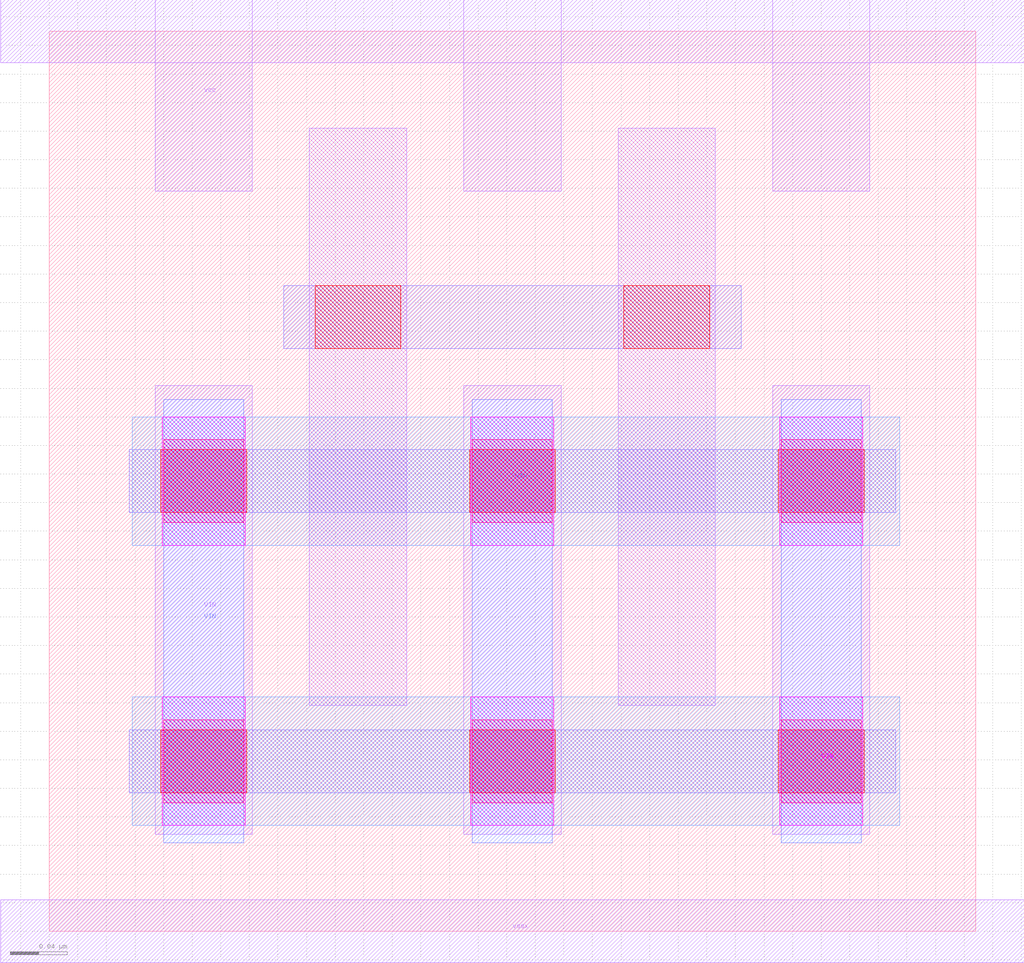
<source format=lef>
VERSION 5.7 ;
BUSBITCHARS "[]" ;
DIVIDERCHAR "/" ;

PROPERTYDEFINITIONS
  MACRO CatenaDesignType STRING ;
END PROPERTYDEFINITIONS

MACRO headerB
  CLASS CORE ;
  ORIGIN 0 0 ;
  FOREIGN headerB 0 0 ;
  SIZE 0.648 BY 0.63 ;
  SYMMETRY X Y ;
  SITE CoreSite ;
  PIN vcc
    DIRECTION INOUT ;
    USE POWER ;
    SHAPE ABUTMENT ;
    PORT
      LAYER m1 ;
        RECT -0.034 0.608 0.682 0.652 ;
        RECT 0.506 0.518 0.574 0.652 ;
        RECT 0.29 0.518 0.358 0.652 ;
        RECT 0.074 0.518 0.142 0.652 ;
    END
  END vcc
  PIN VIN
    DIRECTION OUTPUT ;
    USE SIGNAL ;
    PORT
      LAYER m1 ;
        RECT 0.506 0.068 0.574 0.382 ;
        RECT 0.29 0.068 0.358 0.382 ;
        RECT 0.074 0.068 0.142 0.382 ;
      LAYER m2 ;
        RECT 0.056 0.097 0.592 0.141 ;
        RECT 0.056 0.293 0.592 0.337 ;
      LAYER m3 ;
        RECT 0.512 0.062 0.568 0.372 ;
        RECT 0.296 0.062 0.352 0.372 ;
        RECT 0.08 0.062 0.136 0.372 ;
      LAYER m4 ;
        RECT 0.058 0.074 0.595 0.164 ;
        RECT 0.058 0.27 0.595 0.36 ;
      LAYER v3 ;
        RECT 0.079 0.27 0.137 0.36 ;
        RECT 0.079 0.074 0.137 0.164 ;
        RECT 0.295 0.27 0.353 0.36 ;
        RECT 0.295 0.074 0.353 0.164 ;
        RECT 0.511 0.27 0.569 0.36 ;
        RECT 0.511 0.074 0.569 0.164 ;
      LAYER v2 ;
        RECT 0.08 0.286 0.136 0.344 ;
        RECT 0.08 0.09 0.136 0.148 ;
        RECT 0.296 0.286 0.352 0.344 ;
        RECT 0.296 0.09 0.352 0.148 ;
        RECT 0.512 0.286 0.568 0.344 ;
        RECT 0.512 0.09 0.568 0.148 ;
      LAYER v1 ;
        RECT 0.078 0.293 0.138 0.337 ;
        RECT 0.078 0.097 0.138 0.141 ;
        RECT 0.294 0.293 0.354 0.337 ;
        RECT 0.294 0.097 0.354 0.141 ;
        RECT 0.51 0.293 0.57 0.337 ;
        RECT 0.51 0.097 0.57 0.141 ;
    END
  END VIN
  PIN vssx
    DIRECTION INOUT ;
    USE GROUND ;
    SHAPE ABUTMENT ;
    PORT
      LAYER m1 ;
        RECT -0.034 -0.022 0.682 0.022 ;
    END
  END vssx
  OBS
    LAYER m1 ;
      RECT 0.398 0.158 0.466 0.562 ;
      RECT 0.182 0.158 0.25 0.562 ;
    LAYER v1 ;
      RECT 0.402 0.408 0.462 0.452 ;
      RECT 0.186 0.408 0.246 0.452 ;
    LAYER m2 ;
      RECT 0.164 0.408 0.484 0.452 ;
  END
  PROPERTY CatenaDesignType "deviceLevel" ;
END headerB

END LIBRARY

</source>
